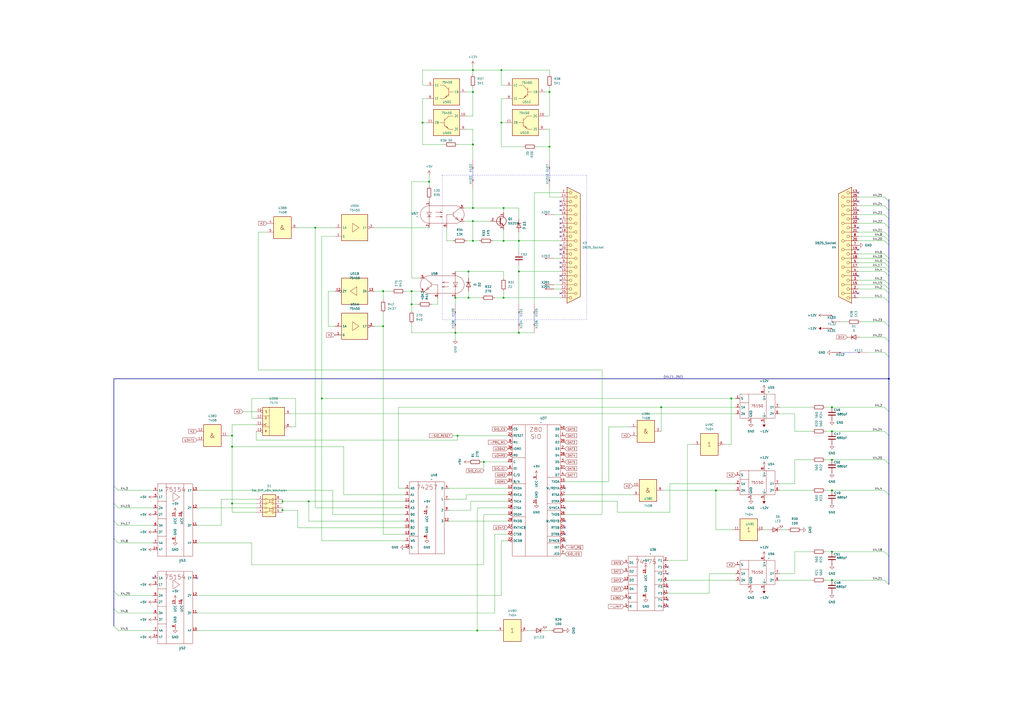
<source format=kicad_sch>
(kicad_sch (version 20250114) (generator "eeschema") (generator_version "9.0")
  (paper "A2")
  (title_block (title "ASP-K8071") (date "2025-07-06") (rev "1") (company "Robotron") (comment 1 "Revision 1, 06.07.2025, Stefan Berndt"))
  (rectangle (start 256.54 101.6) (end 340.36 185.42) (stroke (width 0.254) (type dot)))
  (junction (at 134.62 252.73))
  (junction (at 482.6 336.55))
  (junction (at 318.77 85.09))
  (junction (at 134.62 292.1))
  (junction (at 482.6 266.7))
  (junction (at 274.32 53.34))
  (junction (at 238.76 168.91))
  (junction (at 238.76 176.53))
  (junction (at 245.11 71.12))
  (junction (at 264.16 172.72))
  (junction (at 274.32 139.7))
  (junction (at 300.99 193.04))
  (junction (at 290.83 71.12))
  (junction (at 318.77 53.34))
  (junction (at 274.32 40.64))
  (junction (at 415.29 284.48))
  (junction (at 271.78 172.72))
  (junction (at 482.6 250.19))
  (junction (at 292.1 139.7))
  (junction (at 280.67 267.97))
  (junction (at 163.83 290.83))
  (junction (at 186.69 231.14))
  (junction (at 300.99 157.48))
  (junction (at 179.07 290.83))
  (junction (at 271.78 157.48))
  (junction (at 264.16 193.04))
  (junction (at 424.18 231.14))
  (junction (at 300.99 139.7))
  (junction (at 274.32 120.65))
  (junction (at 134.62 259.08))
  (junction (at 290.83 40.64))
  (junction (at 274.32 83.82))
  (junction (at 274.32 128.27))
  (junction (at 222.25 189.23))
  (junction (at 265.43 252.73))
  (junction (at 163.83 295.91))
  (junction (at 182.88 132.08))
  (junction (at 482.6 236.22))
  (junction (at 292.1 120.65))
  (junction (at 482.6 320.04))
  (junction (at 276.86 365.76))
  (junction (at 222.25 168.91))
  (junction (at 292.1 172.72))
  (junction (at 248.92 105.41))
  (junction (at 482.6 284.48))
  (junction (at 383.54 236.22))
  (junction (at 515.62 219.71))
  (no_connect (at 325.12 152.4))
  (no_connect (at 105.41 297.18))
  (no_connect (at 114.3 335.28))
  (no_connect (at 497.84 121.92))
  (no_connect (at 327.66 306.07))
  (no_connect (at 497.84 144.78))
  (no_connect (at 327.66 309.88))
  (no_connect (at 325.12 144.78))
  (no_connect (at 325.12 119.38))
  (no_connect (at 387.35 340.36))
  (no_connect (at 325.12 134.62))
  (no_connect (at 387.35 332.74))
  (no_connect (at 325.12 137.16))
  (no_connect (at 325.12 132.08))
  (no_connect (at 497.84 127))
  (no_connect (at 325.12 116.84))
  (no_connect (at 325.12 127))
  (no_connect (at 327.66 302.26))
  (no_connect (at 497.84 170.18))
  (no_connect (at 88.9 335.28))
  (no_connect (at 325.12 154.94))
  (no_connect (at 325.12 162.56))
  (no_connect (at 325.12 129.54))
  (no_connect (at 497.84 160.02))
  (no_connect (at 325.12 170.18))
  (no_connect (at 497.84 116.84))
  (no_connect (at 325.12 147.32))
  (no_connect (at 105.41 347.98))
  (no_connect (at 325.12 121.92))
  (no_connect (at 497.84 111.76))
  (no_connect (at 325.12 160.02))
  (no_connect (at 327.66 283.21))
  (no_connect (at 327.66 313.69))
  (no_connect (at 387.35 351.79))
  (no_connect (at 497.84 132.08))
  (no_connect (at 327.66 294.64))
  (no_connect (at 387.35 347.98))
  (no_connect (at 387.35 328.93))
  (no_connect (at 325.12 142.24))
  (bus_entry (at 513.08 336.55) (size 2.54 2.54))
  (bus_entry (at 515.62 170.18) (size -2.54 -2.54))
  (bus_entry (at 66.04 281.94) (size 2.54 2.54))
  (bus_entry (at 513.08 195.58) (size 2.54 2.54))
  (bus_entry (at 515.62 132.08) (size -2.54 -2.54))
  (bus_entry (at 66.04 312.42) (size 2.54 2.54))
  (bus_entry (at 515.62 160.02) (size -2.54 -2.54))
  (bus_entry (at 66.04 342.9) (size 2.54 2.54))
  (bus_entry (at 515.62 165.1) (size -2.54 -2.54))
  (bus_entry (at 515.62 121.92) (size -2.54 -2.54))
  (bus_entry (at 66.04 302.26) (size 2.54 2.54))
  (bus_entry (at 513.08 204.47) (size 2.54 2.54))
  (bus_entry (at 515.62 152.4) (size -2.54 -2.54))
  (bus_entry (at 513.08 284.48) (size 2.54 2.54))
  (bus_entry (at 515.62 154.94) (size -2.54 -2.54))
  (bus_entry (at 66.04 353.06) (size 2.54 2.54))
  (bus_entry (at 515.62 127) (size -2.54 -2.54))
  (bus_entry (at 515.62 157.48) (size -2.54 -2.54))
  (bus_entry (at 515.62 167.64) (size -2.54 -2.54))
  (bus_entry (at 66.04 292.1) (size 2.54 2.54))
  (bus_entry (at 513.08 250.19) (size 2.54 2.54))
  (bus_entry (at 515.62 137.16) (size -2.54 -2.54))
  (bus_entry (at 515.62 116.84) (size -2.54 -2.54))
  (bus_entry (at 66.04 363.22) (size 2.54 2.54))
  (bus_entry (at 513.08 266.7) (size 2.54 2.54))
  (bus_entry (at 513.08 186.69) (size 2.54 2.54))
  (bus_entry (at 515.62 142.24) (size -2.54 -2.54))
  (bus_entry (at 513.08 320.04) (size 2.54 2.54))
  (bus_entry (at 515.62 149.86) (size -2.54 -2.54))
  (bus_entry (at 515.62 139.7) (size -2.54 -2.54))
  (bus_entry (at 515.62 175.26) (size -2.54 -2.54))
  (bus_entry (at 513.08 236.22) (size 2.54 2.54))
  (wire (pts (xy 415.29 284.48) (xy 415.29 307.34)))
  (wire (pts (xy 245.11 40.64) (xy 274.32 40.64)))
  (wire (pts (xy 186.69 313.69) (xy 234.95 313.69)))
  (wire (pts (xy 245.11 57.15) (xy 245.11 71.12)))
  (wire (pts (xy 452.12 284.48) (xy 471.17 284.48)))
  (wire (pts (xy 234.95 309.88) (xy 222.25 309.88)))
  (wire (pts (xy 325.12 114.3) (xy 318.77 114.3)))
  (bus (pts (xy 515.62 189.23) (xy 515.62 198.12)))
  (wire (pts (xy 425.45 307.34) (xy 415.29 307.34)))
  (wire (pts (xy 163.83 295.91) (xy 163.83 297.18)))
  (bus (pts (xy 515.62 154.94) (xy 515.62 157.48)))
  (wire (pts (xy 171.45 247.65) (xy 171.45 231.14)))
  (wire (pts (xy 68.58 365.76) (xy 88.9 365.76)))
  (wire (pts (xy 274.32 53.34) (xy 274.32 67.31)))
  (wire (pts (xy 300.99 134.62) (xy 300.99 139.7)))
  (wire (pts (xy 172.72 132.08) (xy 182.88 132.08)))
  (polyline (pts (xy 264.16 187.96) (xy 264.16 181.61)))
  (wire (pts (xy 443.23 307.34) (xy 445.77 307.34)))
  (wire (pts (xy 238.76 105.41) (xy 248.92 105.41)))
  (wire (pts (xy 461.01 320.04) (xy 471.17 320.04)))
  (wire (pts (xy 318.77 43.18) (xy 318.77 40.64)))
  (wire (pts (xy 478.79 250.19) (xy 482.6 250.19)))
  (wire (pts (xy 292.1 172.72) (xy 325.12 172.72)))
  (wire (pts (xy 238.76 176.53) (xy 238.76 180.34)))
  (wire (pts (xy 276.86 365.76) (xy 276.86 294.64)))
  (wire (pts (xy 254 176.53) (xy 254 172.72)))
  (wire (pts (xy 148.59 292.1) (xy 134.62 292.1)))
  (wire (pts (xy 260.35 283.21) (xy 294.64 283.21)))
  (wire (pts (xy 245.11 57.15) (xy 247.65 57.15)))
  (wire (pts (xy 231.14 236.22) (xy 383.54 236.22)))
  (polyline (pts (xy 300.99 187.96) (xy 300.99 181.61)))
  (wire (pts (xy 415.29 284.48) (xy 426.72 284.48)))
  (wire (pts (xy 292.1 139.7) (xy 292.1 133.35)))
  (wire (pts (xy 248.92 116.84) (xy 248.92 115.57)))
  (wire (pts (xy 248.92 101.6) (xy 248.92 105.41)))
  (wire (pts (xy 424.18 231.14) (xy 186.69 231.14)))
  (wire (pts (xy 163.83 290.83) (xy 179.07 290.83)))
  (wire (pts (xy 353.06 279.4) (xy 353.06 247.65)))
  (wire (pts (xy 260.35 289.56) (xy 270.51 289.56)))
  (wire (pts (xy 248.92 107.95) (xy 248.92 105.41)))
  (wire (pts (xy 245.11 83.82) (xy 245.11 71.12)))
  (wire (pts (xy 383.54 236.22) (xy 426.72 236.22)))
  (bus (pts (xy 66.04 281.94) (xy 66.04 292.1)))
  (wire (pts (xy 321.31 149.86) (xy 325.12 149.86)))
  (bus (pts (xy 66.04 219.71) (xy 66.04 281.94)))
  (wire (pts (xy 300.99 193.04) (xy 309.88 193.04)))
  (wire (pts (xy 274.32 38.1) (xy 274.32 40.64)))
  (wire (pts (xy 280.67 267.97) (xy 294.64 267.97)))
  (wire (pts (xy 114.3 355.6) (xy 287.02 355.6)))
  (wire (pts (xy 234.95 287.02) (xy 199.39 287.02)))
  (wire (pts (xy 68.58 355.6) (xy 88.9 355.6)))
  (wire (pts (xy 274.32 43.18) (xy 274.32 40.64)))
  (wire (pts (xy 452.12 236.22) (xy 471.17 236.22)))
  (wire (pts (xy 146.05 327.66) (xy 146.05 314.96)))
  (bus (pts (xy 515.62 170.18) (xy 515.62 175.26)))
  (wire (pts (xy 318.77 85.09) (xy 318.77 74.93)))
  (bus (pts (xy 66.04 312.42) (xy 66.04 342.9)))
  (wire (pts (xy 172.72 306.07) (xy 172.72 295.91)))
  (bus (pts (xy 66.04 342.9) (xy 66.04 353.06)))
  (wire (pts (xy 168.91 247.65) (xy 171.45 247.65)))
  (bus (pts (xy 515.62 167.64) (xy 515.62 170.18)))
  (wire (pts (xy 193.04 284.48) (xy 114.3 284.48)))
  (wire (pts (xy 513.08 149.86) (xy 497.84 149.86)))
  (wire (pts (xy 461.01 240.03) (xy 461.01 250.19)))
  (wire (pts (xy 461.01 266.7) (xy 471.17 266.7)))
  (wire (pts (xy 270.51 139.7) (xy 274.32 139.7)))
  (wire (pts (xy 179.07 302.26) (xy 179.07 290.83)))
  (wire (pts (xy 321.31 124.46) (xy 325.12 124.46)))
  (wire (pts (xy 134.62 252.73) (xy 132.08 252.73)))
  (bus (pts (xy 515.62 165.1) (xy 515.62 167.64)))
  (wire (pts (xy 290.83 57.15) (xy 293.37 57.15)))
  (wire (pts (xy 265.43 255.27) (xy 265.43 252.73)))
  (wire (pts (xy 238.76 161.29) (xy 238.76 105.41)))
  (wire (pts (xy 292.1 157.48) (xy 292.1 161.29)))
  (wire (pts (xy 278.13 139.7) (xy 274.32 139.7)))
  (wire (pts (xy 513.08 119.38) (xy 497.84 119.38)))
  (wire (pts (xy 245.11 49.53) (xy 247.65 49.53)))
  (wire (pts (xy 487.68 186.69) (xy 491.49 186.69)))
  (bus (pts (xy 515.62 219.71) (xy 66.04 219.71)))
  (wire (pts (xy 222.25 189.23) (xy 222.25 309.88)))
  (wire (pts (xy 274.32 83.82) (xy 265.43 83.82)))
  (wire (pts (xy 280.67 327.66) (xy 146.05 327.66)))
  (wire (pts (xy 461.01 332.74) (xy 452.12 332.74)))
  (wire (pts (xy 300.99 120.65) (xy 300.99 127)))
  (wire (pts (xy 222.25 168.91) (xy 227.33 168.91)))
  (wire (pts (xy 321.31 165.1) (xy 325.12 165.1)))
  (wire (pts (xy 513.08 167.64) (xy 497.84 167.64)))
  (wire (pts (xy 140.97 238.76) (xy 148.59 238.76)))
  (wire (pts (xy 245.11 71.12) (xy 247.65 71.12)))
  (polyline (pts (xy 482.6 182.88) (xy 482.6 186.69)))
  (wire (pts (xy 274.32 120.65) (xy 274.32 109.22)))
  (wire (pts (xy 149.86 134.62) (xy 154.94 134.62)))
  (wire (pts (xy 264.16 172.72) (xy 271.78 172.72)))
  (bus (pts (xy 515.62 207.01) (xy 515.62 219.71)))
  (wire (pts (xy 234.95 283.21) (xy 231.14 283.21)))
  (bus (pts (xy 515.62 287.02) (xy 515.62 322.58)))
  (wire (pts (xy 482.6 236.22) (xy 513.08 236.22)))
  (wire (pts (xy 271.78 168.91) (xy 271.78 172.72)))
  (wire (pts (xy 358.14 297.18) (xy 388.62 297.18)))
  (wire (pts (xy 168.91 240.03) (xy 426.72 240.03)))
  (wire (pts (xy 482.6 320.04) (xy 513.08 320.04)))
  (wire (pts (xy 199.39 287.02) (xy 199.39 259.08)))
  (wire (pts (xy 513.08 165.1) (xy 497.84 165.1)))
  (wire (pts (xy 280.67 267.97) (xy 279.4 267.97)))
  (bus (pts (xy 515.62 198.12) (xy 515.62 207.01)))
  (wire (pts (xy 269.24 128.27) (xy 274.32 128.27)))
  (wire (pts (xy 287.02 172.72) (xy 292.1 172.72)))
  (wire (pts (xy 269.24 120.65) (xy 274.32 120.65)))
  (wire (pts (xy 270.51 289.56) (xy 270.51 287.02)))
  (wire (pts (xy 245.11 40.64) (xy 245.11 49.53)))
  (wire (pts (xy 172.72 295.91) (xy 163.83 295.91)))
  (wire (pts (xy 238.76 193.04) (xy 264.16 193.04)))
  (bus (pts (xy 515.62 149.86) (xy 515.62 152.4)))
  (wire (pts (xy 461.01 280.67) (xy 461.01 266.7)))
  (wire (pts (xy 325.12 139.7) (xy 300.99 139.7)))
  (wire (pts (xy 513.08 172.72) (xy 497.84 172.72)))
  (wire (pts (xy 234.95 302.26) (xy 179.07 302.26)))
  (bus (pts (xy 515.62 127) (xy 515.62 132.08)))
  (wire (pts (xy 190.5 168.91) (xy 194.31 168.91)))
  (wire (pts (xy 461.01 250.19) (xy 471.17 250.19)))
  (wire (pts (xy 238.76 193.04) (xy 238.76 187.96)))
  (polyline (pts (xy 492.76 204.47) (xy 497.84 204.47)))
  (wire (pts (xy 478.79 320.04) (xy 482.6 320.04)))
  (wire (pts (xy 287.02 309.88) (xy 294.64 309.88)))
  (wire (pts (xy 290.83 71.12) (xy 290.83 57.15)))
  (wire (pts (xy 290.83 40.64) (xy 290.83 49.53)))
  (wire (pts (xy 513.08 139.7) (xy 497.84 139.7)))
  (bus (pts (xy 515.62 137.16) (xy 515.62 139.7)))
  (wire (pts (xy 68.58 314.96) (xy 88.9 314.96)))
  (wire (pts (xy 290.83 345.44) (xy 290.83 313.69)))
  (wire (pts (xy 349.25 298.45) (xy 349.25 214.63)))
  (wire (pts (xy 250.19 176.53) (xy 254 176.53)))
  (wire (pts (xy 478.79 336.55) (xy 482.6 336.55)))
  (wire (pts (xy 274.32 128.27) (xy 274.32 139.7)))
  (wire (pts (xy 260.35 302.26) (xy 294.64 302.26)))
  (wire (pts (xy 114.3 294.64) (xy 148.59 294.64)))
  (bus (pts (xy 515.62 139.7) (xy 515.62 142.24)))
  (wire (pts (xy 68.58 304.8) (xy 88.9 304.8)))
  (wire (pts (xy 426.72 332.74) (xy 411.48 332.74)))
  (wire (pts (xy 388.62 297.18) (xy 388.62 280.67)))
  (wire (pts (xy 482.6 284.48) (xy 513.08 284.48)))
  (wire (pts (xy 217.17 189.23) (xy 222.25 189.23)))
  (wire (pts (xy 270.51 287.02) (xy 294.64 287.02)))
  (wire (pts (xy 276.86 365.76) (xy 288.29 365.76)))
  (wire (pts (xy 271.78 172.72) (xy 279.4 172.72)))
  (wire (pts (xy 300.99 139.7) (xy 300.99 146.05)))
  (wire (pts (xy 68.58 345.44) (xy 88.9 345.44)))
  (wire (pts (xy 452.12 240.03) (xy 461.01 240.03)))
  (wire (pts (xy 316.23 53.34) (xy 318.77 53.34)))
  (wire (pts (xy 270.51 53.34) (xy 274.32 53.34)))
  (polyline (pts (xy 274.32 97.79) (xy 274.32 104.14)))
  (wire (pts (xy 316.23 365.76) (xy 320.04 365.76)))
  (wire (pts (xy 290.83 71.12) (xy 293.37 71.12)))
  (wire (pts (xy 327.66 279.4) (xy 353.06 279.4)))
  (bus (pts (xy 66.04 353.06) (xy 66.04 363.22)))
  (wire (pts (xy 264.16 196.85) (xy 264.16 193.04)))
  (wire (pts (xy 193.04 298.45) (xy 193.04 284.48)))
  (wire (pts (xy 478.79 266.7) (xy 482.6 266.7)))
  (wire (pts (xy 318.77 50.8) (xy 318.77 53.34)))
  (wire (pts (xy 194.31 137.16) (xy 186.69 137.16)))
  (wire (pts (xy 513.08 129.54) (xy 497.84 129.54)))
  (wire (pts (xy 321.31 167.64) (xy 325.12 167.64)))
  (wire (pts (xy 273.05 295.91) (xy 273.05 290.83)))
  (bus (pts (xy 515.62 238.76) (xy 515.62 252.73)))
  (wire (pts (xy 499.11 195.58) (xy 513.08 195.58)))
  (wire (pts (xy 318.77 53.34) (xy 318.77 67.31)))
  (wire (pts (xy 303.53 85.09) (xy 290.83 85.09)))
  (wire (pts (xy 259.08 132.08) (xy 259.08 139.7)))
  (wire (pts (xy 163.83 294.64) (xy 163.83 295.91)))
  (wire (pts (xy 292.1 168.91) (xy 292.1 172.72)))
  (wire (pts (xy 411.48 332.74) (xy 411.48 344.17)))
  (wire (pts (xy 134.62 252.73) (xy 134.62 246.38)))
  (wire (pts (xy 452.12 280.67) (xy 461.01 280.67)))
  (wire (pts (xy 234.95 294.64) (xy 182.88 294.64)))
  (wire (pts (xy 149.86 214.63) (xy 149.86 134.62)))
  (wire (pts (xy 148.59 250.19) (xy 148.59 255.27)))
  (wire (pts (xy 513.08 154.94) (xy 497.84 154.94)))
  (wire (pts (xy 292.1 157.48) (xy 271.78 157.48)))
  (wire (pts (xy 294.64 298.45) (xy 280.67 298.45)))
  (wire (pts (xy 146.05 314.96) (xy 114.3 314.96)))
  (wire (pts (xy 148.59 297.18) (xy 134.62 297.18)))
  (wire (pts (xy 292.1 120.65) (xy 292.1 123.19)))
  (wire (pts (xy 300.99 139.7) (xy 292.1 139.7)))
  (wire (pts (xy 502.92 204.47) (xy 513.08 204.47)))
  (wire (pts (xy 274.32 74.93) (xy 270.51 74.93)))
  (wire (pts (xy 318.77 67.31) (xy 316.23 67.31)))
  (wire (pts (xy 274.32 83.82) (xy 274.32 92.71)))
  (wire (pts (xy 420.37 257.81) (xy 424.18 257.81)))
  (wire (pts (xy 260.35 295.91) (xy 273.05 295.91)))
  (wire (pts (xy 349.25 214.63) (xy 149.86 214.63)))
  (wire (pts (xy 259.08 139.7) (xy 262.89 139.7)))
  (wire (pts (xy 424.18 231.14) (xy 424.18 257.81)))
  (wire (pts (xy 461.01 320.04) (xy 461.01 332.74)))
  (wire (pts (xy 186.69 137.16) (xy 186.69 231.14)))
  (wire (pts (xy 179.07 290.83) (xy 234.95 290.83)))
  (wire (pts (xy 513.08 162.56) (xy 497.84 162.56)))
  (wire (pts (xy 163.83 290.83) (xy 163.83 292.1)))
  (wire (pts (xy 264.16 157.48) (xy 271.78 157.48)))
  (wire (pts (xy 265.43 252.73) (xy 294.64 252.73)))
  (wire (pts (xy 300.99 157.48) (xy 300.99 153.67)))
  (wire (pts (xy 280.67 273.05) (xy 280.67 267.97)))
  (wire (pts (xy 264.16 172.72) (xy 264.16 176.53)))
  (wire (pts (xy 114.3 365.76) (xy 276.86 365.76)))
  (wire (pts (xy 182.88 132.08) (xy 194.31 132.08)))
  (wire (pts (xy 134.62 246.38) (xy 148.59 246.38)))
  (wire (pts (xy 478.79 284.48) (xy 482.6 284.48)))
  (wire (pts (xy 309.88 111.76) (xy 325.12 111.76)))
  (wire (pts (xy 190.5 189.23) (xy 190.5 168.91)))
  (bus (pts (xy 515.62 160.02) (xy 515.62 165.1)))
  (bus (pts (xy 515.62 152.4) (xy 515.62 154.94)))
  (wire (pts (xy 273.05 290.83) (xy 294.64 290.83)))
  (wire (pts (xy 114.3 304.8) (xy 128.27 304.8)))
  (bus (pts (xy 515.62 142.24) (xy 515.62 149.86)))
  (wire (pts (xy 513.08 134.62) (xy 497.84 134.62)))
  (wire (pts (xy 411.48 344.17) (xy 387.35 344.17)))
  (wire (pts (xy 262.89 252.73) (xy 265.43 252.73)))
  (wire (pts (xy 387.35 336.55) (xy 426.72 336.55)))
  (wire (pts (xy 353.06 247.65) (xy 365.76 247.65)))
  (wire (pts (xy 318.77 40.64) (xy 290.83 40.64)))
  (wire (pts (xy 513.08 114.3) (xy 497.84 114.3)))
  (wire (pts (xy 182.88 294.64) (xy 182.88 132.08)))
  (bus (pts (xy 515.62 115.57) (xy 515.62 116.84)))
  (bus (pts (xy 66.04 302.26) (xy 66.04 312.42)))
  (wire (pts (xy 290.83 85.09) (xy 290.83 71.12)))
  (wire (pts (xy 148.59 255.27) (xy 265.43 255.27)))
  (wire (pts (xy 243.84 161.29) (xy 238.76 161.29)))
  (wire (pts (xy 513.08 124.46) (xy 497.84 124.46)))
  (wire (pts (xy 274.32 50.8) (xy 274.32 53.34)))
  (wire (pts (xy 146.05 242.57) (xy 148.59 242.57)))
  (wire (pts (xy 306.07 365.76) (xy 308.61 365.76)))
  (wire (pts (xy 478.79 236.22) (xy 482.6 236.22)))
  (wire (pts (xy 186.69 231.14) (xy 186.69 313.69)))
  (wire (pts (xy 222.25 173.99) (xy 222.25 168.91)))
  (wire (pts (xy 482.6 336.55) (xy 513.08 336.55)))
  (wire (pts (xy 274.32 40.64) (xy 290.83 40.64)))
  (wire (pts (xy 234.95 298.45) (xy 193.04 298.45)))
  (bus (pts (xy 515.62 157.48) (xy 515.62 160.02)))
  (wire (pts (xy 388.62 280.67) (xy 426.72 280.67)))
  (wire (pts (xy 327.66 298.45) (xy 349.25 298.45)))
  (polyline (pts (xy 487.68 204.47) (xy 492.76 204.47)))
  (bus (pts (xy 515.62 219.71) (xy 515.62 238.76)))
  (polyline (pts (xy 318.77 97.79) (xy 318.77 104.14)))
  (wire (pts (xy 398.78 325.12) (xy 398.78 257.81)))
  (wire (pts (xy 284.48 128.27) (xy 274.32 128.27)))
  (wire (pts (xy 68.58 284.48) (xy 88.9 284.48)))
  (wire (pts (xy 383.54 250.19) (xy 383.54 236.22)))
  (wire (pts (xy 453.39 307.34) (xy 457.2 307.34)))
  (wire (pts (xy 358.14 290.83) (xy 358.14 297.18)))
  (bus (pts (xy 515.62 252.73) (xy 515.62 269.24)))
  (wire (pts (xy 276.86 294.64) (xy 294.64 294.64)))
  (wire (pts (xy 128.27 289.56) (xy 148.59 289.56)))
  (wire (pts (xy 415.29 284.48) (xy 384.81 284.48)))
  (wire (pts (xy 482.6 266.7) (xy 513.08 266.7)))
  (wire (pts (xy 222.25 189.23) (xy 222.25 181.61)))
  (wire (pts (xy 134.62 297.18) (xy 134.62 292.1)))
  (wire (pts (xy 327.66 290.83) (xy 358.14 290.83)))
  (wire (pts (xy 426.72 231.14) (xy 424.18 231.14)))
  (wire (pts (xy 134.62 259.08) (xy 134.62 252.73)))
  (wire (pts (xy 134.62 292.1) (xy 134.62 259.08)))
  (wire (pts (xy 292.1 120.65) (xy 300.99 120.65)))
  (bus (pts (xy 515.62 121.92) (xy 515.62 127)))
  (wire (pts (xy 68.58 294.64) (xy 88.9 294.64)))
  (bus (pts (xy 515.62 175.26) (xy 515.62 189.23)))
  (wire (pts (xy 234.95 306.07) (xy 172.72 306.07)))
  (wire (pts (xy 513.08 152.4) (xy 497.84 152.4)))
  (wire (pts (xy 318.77 92.71) (xy 318.77 85.09)))
  (wire (pts (xy 398.78 257.81) (xy 402.59 257.81)))
  (wire (pts (xy 217.17 132.08) (xy 248.92 132.08)))
  (wire (pts (xy 311.15 85.09) (xy 318.77 85.09)))
  (wire (pts (xy 452.12 336.55) (xy 471.17 336.55)))
  (wire (pts (xy 318.77 74.93) (xy 316.23 74.93)))
  (wire (pts (xy 264.16 193.04) (xy 300.99 193.04)))
  (wire (pts (xy 285.75 139.7) (xy 292.1 139.7)))
  (wire (pts (xy 231.14 283.21) (xy 231.14 236.22)))
  (wire (pts (xy 387.35 325.12) (xy 398.78 325.12)))
  (bus (pts (xy 515.62 116.84) (xy 515.62 121.92)))
  (wire (pts (xy 271.78 161.29) (xy 271.78 157.48)))
  (wire (pts (xy 274.32 120.65) (xy 292.1 120.65)))
  (wire (pts (xy 287.02 355.6) (xy 287.02 309.88)))
  (wire (pts (xy 280.67 298.45) (xy 280.67 327.66)))
  (bus (pts (xy 515.62 269.24) (xy 515.62 287.02)))
  (wire (pts (xy 513.08 147.32) (xy 497.84 147.32)))
  (wire (pts (xy 146.05 231.14) (xy 146.05 242.57)))
  (wire (pts (xy 290.83 313.69) (xy 294.64 313.69)))
  (wire (pts (xy 300.99 176.53) (xy 300.99 157.48)))
  (wire (pts (xy 482.6 250.19) (xy 513.08 250.19)))
  (wire (pts (xy 217.17 168.91) (xy 222.25 168.91)))
  (bus (pts (xy 515.62 132.08) (xy 515.62 137.16)))
  (bus (pts (xy 515.62 322.58) (xy 515.62 339.09)))
  (wire (pts (xy 238.76 168.91) (xy 243.84 168.91)))
  (wire (pts (xy 163.83 289.56) (xy 163.83 290.83)))
  (bus (pts (xy 66.04 292.1) (xy 66.04 302.26)))
  (wire (pts (xy 513.08 137.16) (xy 497.84 137.16)))
  (wire (pts (xy 199.39 259.08) (xy 134.62 259.08)))
  (wire (pts (xy 318.77 114.3) (xy 318.77 109.22)))
  (wire (pts (xy 293.37 49.53) (xy 290.83 49.53)))
  (wire (pts (xy 190.5 189.23) (xy 194.31 189.23)))
  (wire (pts (xy 238.76 168.91) (xy 238.76 176.53)))
  (wire (pts (xy 242.57 176.53) (xy 238.76 176.53)))
  (polyline (pts (xy 309.88 187.96) (xy 309.88 181.61)))
  (wire (pts (xy 309.88 176.53) (xy 309.88 111.76)))
  (wire (pts (xy 171.45 231.14) (xy 146.05 231.14)))
  (wire (pts (xy 128.27 304.8) (xy 128.27 289.56)))
  (wire (pts (xy 274.32 74.93) (xy 274.32 83.82)))
  (wire (pts (xy 327.66 287.02) (xy 367.03 287.02)))
  (wire (pts (xy 513.08 157.48) (xy 497.84 157.48)))
  (wire (pts (xy 234.95 168.91) (xy 238.76 168.91)))
  (wire (pts (xy 499.11 186.69) (xy 513.08 186.69)))
  (wire (pts (xy 114.3 345.44) (xy 290.83 345.44)))
  (wire (pts (xy 274.32 67.31) (xy 270.51 67.31)))
  (wire (pts (xy 300.99 157.48) (xy 325.12 157.48)))
  (wire (pts (xy 257.81 83.82) (xy 245.11 83.82)))
  (label "X4.18" (at 511.81 320.04 180))
  (label "X4.2" (at 511.81 167.64 180))
  (label "X4.3" (at 69.85 284.48 0))
  (label "X4.23" (at 511.81 186.69 180))
  (label "X4.21" (at 511.81 336.55 180))
  (label "X4.20" (at 511.81 266.7 180))
  (label "X4.8" (at 511.81 137.16 180))
  (label "X4.4" (at 511.81 284.48 180))
  (label "X4.17" (at 511.81 154.94 180))
  (label "X4.15" (at 69.85 294.64 0))
  (label "X4.20" (at 511.81 139.7 180))
  (label "X4.22" (at 511.81 129.54 180))
  (label "X4.6" (at 69.85 355.6 0))
  (label "X4.18" (at 511.81 149.86 180))
  (label "X4.5" (at 69.85 365.76 0))
  (label "{X4.[1..25]}" (at 384.81 219.71 0))
  (label "X4.4" (at 511.81 157.48 180))
  (label "X4.8" (at 69.85 314.96 0))
  (label "X4.3" (at 511.81 162.56 180))
  (label "X4.17" (at 69.85 304.8 0))
  (label "X4.21" (at 511.81 134.62 180))
  (label "X4.22" (at 511.81 195.58 180))
  (label "X4.15" (at 511.81 165.1 180))
  (label "X4.1" (at 511.81 204.47 180))
  (label "X4.1" (at 511.81 172.72 180))
  (label "X4.6" (at 511.81 147.32 180))
  (label "X4.2" (at 511.81 236.22 180))
  (label "X4.5" (at 511.81 152.4 180))
  (label "X4.25" (at 511.81 114.3 180))
  (label "X4.23" (at 511.81 124.46 180))
  (label "X4.24" (at 511.81 250.19 180))
  (label "X4.25" (at 69.85 345.44 0))
  (label "X4.24" (at 511.81 119.38 180))
  (global_label "H2" (shape input) (at 426.72 327.66 180) (property "Intersheetrefs" "${INTERSHEET_REFS}" (effects (hide yes))))
  (global_label "H2" (shape input) (at 194.31 194.31 180) (property "Intersheetrefs" "${INTERSHEET_REFS}" (effects (hide yes))))
  (global_label "DAT1" (shape input) (at 361.95 331.47 180) (property "Intersheetrefs" "${INTERSHEET_REFS}" (effects (hide yes))))
  (global_label "SIO_IEO" (shape input) (at 327.66 321.31 0) (property "Intersheetrefs" "${INTERSHEET_REFS}" (effects (hide yes))))
  (global_label "DAT2" (shape input) (at 361.95 336.55 180) (property "Intersheetrefs" "${INTERSHEET_REFS}" (effects (hide yes))))
  (global_label "D1K" (shape input) (at 491.49 195.58 180) (property "Intersheetrefs" "${INTERSHEET_REFS}" (effects (hide yes))))
  (global_label "DAT0" (shape input) (at 327.66 248.92 0) (property "Intersheetrefs" "${INTERSHEET_REFS}" (effects (hide yes))))
  (global_label "U30A2" (shape input) (at 294.64 260.35 180) (property "Intersheetrefs" "${INTERSHEET_REFS}" (effects (hide yes))))
  (global_label "DAT6" (shape input) (at 327.66 271.78 0) (property "Intersheetrefs" "${INTERSHEET_REFS}" (effects (hide yes))))
  (global_label "DAT1" (shape input) (at 327.66 252.73 0) (property "Intersheetrefs" "${INTERSHEET_REFS}" (effects (hide yes))))
  (global_label "SIO_IEI" (shape input) (at 294.64 271.78 180) (property "Intersheetrefs" "${INTERSHEET_REFS}" (effects (hide yes))))
  (global_label "DAT3" (shape input) (at 327.66 260.35 0) (property "Intersheetrefs" "${INTERSHEET_REFS}" (effects (hide yes))))
  (global_label "-INT_RQ" (shape input) (at 327.66 317.5 0) (property "Intersheetrefs" "${INTERSHEET_REFS}" (effects (hide yes))))
  (global_label "SIO_CS" (shape input) (at 294.64 248.92 180) (property "Intersheetrefs" "${INTERSHEET_REFS}" (effects (hide yes))))
  (global_label "DAT3" (shape input) (at 361.95 341.63 180) (property "Intersheetrefs" "${INTERSHEET_REFS}" (effects (hide yes))))
  (global_label "U34T2" (shape input) (at 294.64 306.07 180) (property "Intersheetrefs" "${INTERSHEET_REFS}" (effects (hide yes))))
  (global_label "H2" (shape input) (at 365.76 252.73 180) (property "Intersheetrefs" "${INTERSHEET_REFS}" (effects (hide yes))))
  (global_label "DAT7" (shape input) (at 327.66 275.59 0) (property "Intersheetrefs" "${INTERSHEET_REFS}" (effects (hide yes))))
  (global_label "H2" (shape input) (at 114.3 250.19 180) (property "Intersheetrefs" "${INTERSHEET_REFS}" (effects (hide yes))))
  (global_label "ADR2" (shape input) (at 294.64 275.59 180) (property "Intersheetrefs" "${INTERSHEET_REFS}" (effects (hide yes))))
  (global_label "U34T1" (shape input) (at 114.3 255.27 180) (property "Intersheetrefs" "${INTERSHEET_REFS}" (effects (hide yes))))
  (global_label "DAT2" (shape input) (at 327.66 256.54 0) (property "Intersheetrefs" "${INTERSHEET_REFS}" (effects (hide yes))))
  (global_label "H2" (shape input) (at 426.72 275.59 180) (property "Intersheetrefs" "${INTERSHEET_REFS}" (effects (hide yes))))
  (global_label "DAT0" (shape input) (at 361.95 326.39 180) (property "Intersheetrefs" "${INTERSHEET_REFS}" (effects (hide yes))))
  (global_label "ADR1" (shape input) (at 294.64 279.4 180) (property "Intersheetrefs" "${INTERSHEET_REFS}" (effects (hide yes))))
  (global_label "DAT4" (shape input) (at 327.66 264.16 0) (property "Intersheetrefs" "${INTERSHEET_REFS}" (effects (hide yes))))
  (global_label "H2" (shape input) (at 154.94 129.54 180) (property "Intersheetrefs" "${INTERSHEET_REFS}" (effects (hide yes))))
  (global_label "DAT5" (shape input) (at 327.66 267.97 0) (property "Intersheetrefs" "${INTERSHEET_REFS}" (effects (hide yes))))
  (global_label "SIO_CLK" (shape input) (at 280.67 273.05 180) (property "Intersheetrefs" "${INTERSHEET_REFS}" (effects (hide yes))))
  (global_label "U36C" (shape input) (at 361.95 346.71 180) (property "Intersheetrefs" "${INTERSHEET_REFS}" (effects (hide yes))))
  (global_label "H2" (shape input) (at 367.03 281.94 180) (property "Intersheetrefs" "${INTERSHEET_REFS}" (effects (hide yes))))
  (global_label "-PRG_M1" (shape input) (at 294.64 256.54 180) (property "Intersheetrefs" "${INTERSHEET_REFS}" (effects (hide yes))))
  (global_label "-I_INIT" (shape input) (at 361.95 351.79 180) (property "Intersheetrefs" "${INTERSHEET_REFS}" (effects (hide yes))))
  (global_label "U34RD" (shape input) (at 294.64 264.16 180) (property "Intersheetrefs" "${INTERSHEET_REFS}" (effects (hide yes))))
  (global_label "-SIO_RESET" (shape input) (at 262.89 252.73 180) (property "Intersheetrefs" "${INTERSHEET_REFS}" (effects (hide yes))))
  (global_label "H2" (shape input) (at 140.97 238.76 180) (property "Intersheetrefs" "${INTERSHEET_REFS}" (effects (hide yes))))
  (symbol (lib_id "Transistor_BJT:BC237") (at 289.56 128.27 0) (unit 1)
    (property "Reference" "Q1" (at 294.64 126.9999 0) (effects (justify left)))
    (property "Value" "SS219" (at 294.64 129.5399 0) (effects (justify left)))
    (property "Footprint" "Package_TO_SOT_THT:TO-92L_Inline_Wide" (effects (hide yes)))
    (property "Datasheet" "http://www.onsemi.com/pub_link/Collateral/BC237-D.PDF" (effects (hide yes)))
    (property "Description" "100mA Ic, 50V Vce, Epitaxial Silicon NPN Transistor, TO-92" (effects (hide yes)))
  )
  (symbol (lib_id "power:GND") (at 435.61 245.11 0) (unit 1)
    (property "Reference" "#PWR0168" (effects (hide yes)))
    (property "Value" "GND" (at 435.61 250.19 0))
    (property "Description" "Power symbol creates a global label with name \"GND\" , ground" (effects (hide yes)))
  )
  (symbol (lib_id "Robotron_Symbole:75150") (at 426.72 328.93 0) (unit 1)
    (property "Reference" "U56" (at 445.3733 321.31 0) (effects (justify left)))
    (property "Value" "~" (at 445.3733 323.85 0) (effects (justify left)))
    (property "Footprint" "Package_DIP:DIP-8_W7.62mm" (effects (hide yes)))
  )
  (symbol (lib_id "Robotron_Symbole:7474") (at 157.48 242.57 0) (unit 2)
    (property "Reference" "U35" (at 158.75 231.14 0))
    (property "Value" "7474" (at 158.75 233.68 0))
    (property "Footprint" "Package_DIP:DIP-14_W7.62mm" (effects (hide yes)))
  )
  (symbol (lib_id "Robotron_Symbole:7404") (at 411.48 257.81 0) (unit 3)
    (property "Reference" "U49" (at 411.48 246.38 0))
    (property "Value" "7404" (at 411.48 248.92 0))
    (property "Footprint" "Package_DIP:DIP-14_W7.62mm" (effects (hide yes)))
  )
  (symbol (lib_id "Robotron_Symbole:7408") (at 123.19 252.73 0) (unit 4)
    (property "Reference" "U38" (at 123.19 241.3 0))
    (property "Value" "7408" (at 123.19 243.84 0))
    (property "Footprint" "Package_DIP:DIP-14_W7.62mm" (effects (hide yes)))
  )
  (symbol (lib_id "Robotron_Symbole:7408") (at 375.92 284.48 0) (mirror x) (unit 3)
    (property "Reference" "U38" (at 376.174 289.306 0))
    (property "Value" "7408" (at 375.92 293.37 0))
    (property "Footprint" "Package_DIP:DIP-14_W7.62mm" (effects (hide yes)))
  )
  (symbol (lib_id "Connector:Conn_01x01_Pin") (at 482.6 182.88 180) (unit 1)
    (property "Reference" "X133" (at 479.806 184.15 0) (effects (justify right)))
    (property "Value" "Conn_01x01_Pin" (effects (hide yes)))
    (property "Footprint" "Robotron_Footprints:Pin_D1.0mm_L10.0mm" (effects (hide yes)))
    (property "Description" "Generic connector, single row, 01x01, script generated" (effects (hide yes)))
  )
  (symbol (lib_id "power:-12V") (at 477.52 190.5 90) (unit 1)
    (property "Reference" "#PWR069" (effects (hide yes)))
    (property "Value" "-12V" (at 473.71 190.5001 90) (effects (justify left)))
    (property "Description" "Power symbol creates a global label with name \"-12V\"" (effects (hide yes)))
  )
  (symbol (lib_id "power:GND") (at 482.6 274.32 0) (unit 1)
    (property "Reference" "#PWR073" (effects (hide yes)))
    (property "Value" "GND" (at 482.6 279.4 0))
    (property "Description" "Power symbol creates a global label with name \"GND\" , ground" (effects (hide yes)))
  )
  (symbol (lib_id "Robotron_Symbole:75450e") (at 203.2 187.96 0) (unit 1)
    (property "Reference" "U51" (at 205.74 176.53 0))
    (property "Value" "75450" (at 205.74 179.07 0))
  )
  (symbol (lib_id "Robotron_Symbole:75154") (at 88.9 335.28 0) (unit 1)
    (property "Reference" "U52" (at 103.7433 375.92 0) (effects (justify left)))
    (property "Value" "~" (at 103.7433 377.19 0) (effects (justify left)))
    (property "Footprint" "Package_DIP:DIP-16_W7.62mm" (effects (hide yes)))
  )
  (symbol (lib_id "power:-12V") (at 443.23 341.63 180) (unit 1)
    (property "Reference" "#PWR065" (effects (hide yes)))
    (property "Value" "-12V" (at 443.23 346.71 0))
    (property "Description" "Power symbol creates a global label with name \"-12V\"" (effects (hide yes)))
  )
  (symbol (lib_id "Robotron_Symbole:75450e") (at 256.54 72.39 0) (mirror x) (unit 4)
    (property "Reference" "U50" (at 259.334 77.216 0))
    (property "Value" "75450" (at 259.08 65.532 0))
  )
  (symbol (lib_id "power:GND") (at 482.6 204.47 270) (unit 1)
    (property "Reference" "#PWR079" (effects (hide yes)))
    (property "Value" "GND" (at 478.79 204.4701 90) (effects (justify right)))
    (property "Description" "Power symbol creates a global label with name \"GND\" , ground" (effects (hide yes)))
  )
  (symbol (lib_id "Connector:DB25_Socket") (at 332.74 142.24 0) (unit 1)
    (property "Reference" "X3" (at 337.82 140.9699 0) (effects (justify left)))
    (property "Value" "DB25_Socket" (at 337.82 143.5099 0) (effects (justify left)))
    (property "Footprint" "Connector_Dsub:DSUB-25_Socket_Horizontal_P2.77x2.84mm_EdgePinOffset7.70mm_Housed_MountingHolesOffset9.12mm" (effects (hide yes)))
    (property "Description" "25-pin D-SUB connector, socket (female)" (effects (hide yes)))
  )
  (symbol (lib_id "power:+5V") (at 311.15 275.59 0) (unit 1)
    (property "Reference" "#PWR0101" (effects (hide yes)))
    (property "Value" "+5V" (at 311.15 270.51 0))
    (property "Description" "Power symbol creates a global label with name \"+5V\"" (effects (hide yes)))
  )
  (symbol (lib_id "Connector:Conn_01x01_Pin") (at 482.6 190.5 180) (unit 1)
    (property "Reference" "X131" (at 479.806 191.77 0) (effects (justify right)))
    (property "Value" "Conn_01x01_Pin" (effects (hide yes)))
    (property "Footprint" "Robotron_Footprints:Pin_D1.0mm_L10.0mm" (effects (hide yes)))
    (property "Description" "Generic connector, single row, 01x01, script generated" (effects (hide yes)))
  )
  (symbol (lib_id "Device:C") (at 482.6 340.36 180) (unit 1)
    (property "Reference" "C48" (at 487.68 338.074 0) (effects (justify left)))
    (property "Value" "680pF" (at 491.236 340.36 0) (effects (justify left)))
    (property "Footprint" "Capacitor_THT:C_Disc_D4.3mm_W1.9mm_P5.00mm" (effects (hide yes)))
    (property "Description" "Unpolarized capacitor" (effects (hide yes)))
  )
  (symbol (lib_id "Connector:Conn_01x01_Pin") (at 318.77 97.79 90) (unit 1)
    (property "Reference" "X107" (at 317.5 94.996 0) (effects (justify right)))
    (property "Value" "Conn_01x01_Pin" (effects (hide yes)))
    (property "Footprint" "Robotron_Footprints:Pin_D1.0mm_L10.0mm" (effects (hide yes)))
    (property "Description" "Generic connector, single row, 01x01, script generated" (effects (hide yes)))
  )
  (symbol (lib_id "power:+5V") (at 101.6 297.18 0) (unit 1)
    (property "Reference" "#PWR099" (effects (hide yes)))
    (property "Value" "+5V" (at 101.6 292.1 0))
    (property "Description" "Power symbol creates a global label with name \"+5V\"" (effects (hide yes)))
  )
  (symbol (lib_id "power:+5V") (at 88.9 349.25 90) (unit 1)
    (property "Reference" "#PWR0178" (effects (hide yes)))
    (property "Value" "+5V" (at 85.09 349.2499 90) (effects (justify left)))
    (property "Description" "Power symbol creates a global label with name \"+5V\"" (effects (hide yes)))
  )
  (symbol (lib_id "power:GND") (at 264.16 196.85 0) (mirror y) (unit 1)
    (property "Reference" "#PWR081" (effects (hide yes)))
    (property "Value" "GND" (at 264.1599 200.66 90) (effects (justify right)))
    (property "Description" "Power symbol creates a global label with name \"GND\" , ground" (effects (hide yes)))
  )
  (symbol (lib_id "power:+5V") (at 271.78 267.97 90) (unit 1)
    (property "Reference" "#PWR089" (effects (hide yes)))
    (property "Value" "+5V" (at 266.7 267.97 0))
    (property "Description" "Power symbol creates a global label with name \"+5V\"" (effects (hide yes)))
  )
  (symbol (lib_id "Robotron_Symbole:75450e") (at 307.34 54.61 180) (unit 3)
    (property "Reference" "U51" (at 305.562 59.182 0))
    (property "Value" "75450" (at 305.562 48.006 0))
  )
  (symbol (lib_id "Connector:Conn_01x01_Pin") (at 300.99 181.61 90) (unit 1)
    (property "Reference" "X101" (at 302.26 178.816 0) (effects (justify right)))
    (property "Value" "Conn_01x01_Pin" (effects (hide yes)))
    (property "Footprint" "Robotron_Footprints:Pin_D1.0mm_L10.0mm" (effects (hide yes)))
    (property "Description" "Generic connector, single row, 01x01, script generated" (effects (hide yes)))
  )
  (symbol (lib_id "Robotron_Symbole:SW_DIP_x04_Wechsler") (at 156.21 294.64 0) (unit 1)
    (property "Reference" "S1" (at 156.21 281.94 0))
    (property "Value" "SW_DIP_x04_Wechsler" (at 156.21 284.48 0))
    (property "Footprint" "Package_DIP:DIP-8_W7.62mm" (effects (hide yes)))
    (property "Description" "4x DIP Switch, Single Pole Single Throw (SPST) switch, small symbol" (effects (hide yes)))
  )
  (symbol (lib_id "Robotron_Symbole:7404") (at 434.34 307.34 0) (unit 5)
    (property "Reference" "U49" (at 435.102 304.038 0))
    (property "Value" "7404" (at 434.34 298.45 0))
    (property "Footprint" "Package_DIP:DIP-14_W7.62mm" (effects (hide yes)))
  )
  (symbol (lib_id "Device:R") (at 461.01 307.34 90) (unit 1)
    (property "Reference" "R30" (at 461.01 300.99 90))
    (property "Value" "100" (at 461.01 303.53 90))
    (property "Footprint" "Resistor_THT:R_Axial_DIN0207_L6.3mm_D2.5mm_P10.16mm_Horizontal" (effects (hide yes)))
    (property "Description" "Resistor" (effects (hide yes)))
  )
  (symbol (lib_id "Device:C") (at 300.99 149.86 0) (unit 1)
    (property "Reference" "C52" (at 302.006 147.574 0) (effects (justify left)))
    (property "Value" "15nF" (effects (hide yes)))
    (property "Footprint" "Capacitor_THT:C_Axial_L12.0mm_D6.5mm_P15.00mm_Horizontal" (effects (hide yes)))
    (property "Description" "Unpolarized capacitor" (effects (hide yes)))
  )
  (symbol (lib_id "Device:D") (at 300.99 130.81 270) (unit 1)
    (property "Reference" "D3" (at 304.292 129.794 0))
    (property "Value" "D" (at 304.038 132.334 0))
    (property "Footprint" "Package_TO_SOT_THT:Heraeus_TO-92-2" (effects (hide yes)))
    (property "Description" "Diode" (effects (hide yes)))
    (property "Sim.Device" "D" (effects (hide yes)))
    (property "Sim.Pins" "1=K 2=A" (effects (hide yes)))
  )
  (symbol (lib_id "power:GND") (at 482.6 243.84 0) (unit 1)
    (property "Reference" "#PWR077" (effects (hide yes)))
    (property "Value" "GND" (at 485.14 245.1099 0) (effects (justify left)))
    (property "Description" "Power symbol creates a global label with name \"GND\" , ground" (effects (hide yes)))
  )
  (symbol (lib_id "power:+5V") (at 88.9 339.09 90) (unit 1)
    (property "Reference" "#PWR098" (effects (hide yes)))
    (property "Value" "+5V" (at 85.09 339.0899 90) (effects (justify left)))
    (property "Description" "Power symbol creates a global label with name \"+5V\"" (effects (hide yes)))
  )
  (symbol (lib_id "Connector:Conn_01x01_Pin") (at 316.23 124.46 0) (unit 1)
    (property "Reference" "X202" (at 319.024 123.19 0) (effects (justify right)))
    (property "Value" "Conn_01x01_Pin" (effects (hide yes)))
    (property "Footprint" "Robotron_Footprints:Pin_D1.0mm_L10.0mm" (effects (hide yes)))
    (property "Description" "Generic connector, single row, 01x01, script generated" (effects (hide yes)))
  )
  (symbol (lib_id "Device:R") (at 261.62 83.82 270) (unit 1)
    (property "Reference" "R36" (at 257.302 81.534 90))
    (property "Value" "30" (at 261.112 81.534 90))
    (property "Footprint" "Resistor_THT:R_Axial_DIN0207_L6.3mm_D2.5mm_P10.16mm_Horizontal" (effects (hide yes)))
    (property "Description" "Resistor" (effects (hide yes)))
  )
  (symbol (lib_id "Device:C") (at 482.6 323.85 0) (unit 1)
    (property "Reference" "C51" (at 483.616 321.564 0) (effects (justify left)))
    (property "Value" "680pF" (at 485.394 323.596 0) (effects (justify left)))
    (property "Footprint" "Capacitor_THT:C_Disc_D4.3mm_W1.9mm_P5.00mm" (effects (hide yes)))
    (property "Description" "Unpolarized capacitor" (effects (hide yes)))
  )
  (symbol (lib_id "Connector:Conn_01x01_Pin") (at 497.84 204.47 0) (unit 1)
    (property "Reference" "X111" (at 500.634 203.2 0) (effects (justify right)))
    (property "Value" "Conn_01x01_Pin" (effects (hide yes)))
    (property "Footprint" "Robotron_Footprints:Pin_D1.0mm_L10.0mm" (effects (hide yes)))
    (property "Description" "Generic connector, single row, 01x01, script generated" (effects (hide yes)))
  )
  (symbol (lib_id "Device:R") (at 246.38 176.53 270) (mirror x) (unit 1)
    (property "Reference" "R41" (at 247.6501 173.99 0) (effects (justify left)))
    (property "Value" "40K2" (at 245.1101 173.99 0) (effects (justify left)))
    (property "Footprint" "Resistor_THT:R_Axial_DIN0207_L6.3mm_D2.5mm_P10.16mm_Horizontal" (effects (hide yes)))
    (property "Description" "Resistor" (effects (hide yes)))
  )
  (symbol (lib_id "power:GND") (at 482.6 292.1 0) (unit 1)
    (property "Reference" "#PWR074" (effects (hide yes)))
    (property "Value" "GND" (at 482.6 297.18 0))
    (property "Description" "Power symbol creates a global label with name \"GND\" , ground" (effects (hide yes)))
  )
  (symbol (lib_id "Robotron_Symbole:75450e") (at 261.62 54.61 180) (unit 3)
    (property "Reference" "U50" (at 259.334 59.182 0))
    (property "Value" "75450" (at 259.334 47.752 0))
  )
  (symbol (lib_id "Robotron_Symbole:7408") (at 374.65 250.19 0) (unit 1)
    (property "Reference" "U38" (at 374.65 240.03 0))
    (property "Value" "7408" (at 374.65 242.57 0))
    (property "Footprint" "Package_DIP:DIP-14_W7.62mm" (effects (hide yes)))
  )
  (symbol (lib_id "Connector:Conn_01x01_Pin") (at 487.68 204.47 180) (unit 1)
    (property "Reference" "X112" (at 484.886 205.74 0) (effects (justify right)))
    (property "Value" "Conn_01x01_Pin" (effects (hide yes)))
    (property "Footprint" "Robotron_Footprints:Pin_D1.0mm_L10.0mm" (effects (hide yes)))
    (property "Description" "Generic connector, single row, 01x01, script generated" (effects (hide yes)))
  )
  (symbol (lib_id "power:GND") (at 482.6 327.66 0) (unit 1)
    (property "Reference" "#PWR072" (effects (hide yes)))
    (property "Value" "GND" (at 482.6 332.74 0))
    (property "Description" "Power symbol creates a global label with name \"GND\" , ground" (effects (hide yes)))
  )
  (symbol (lib_id "Connector:Conn_01x01_Pin") (at 316.23 149.86 0) (unit 1)
    (property "Reference" "X203" (at 319.024 148.59 0) (effects (justify right)))
    (property "Value" "Conn_01x01_Pin" (effects (hide yes)))
    (property "Footprint" "Robotron_Footprints:Pin_D1.0mm_L10.0mm" (effects (hide yes)))
    (property "Description" "Generic connector, single row, 01x01, script generated" (effects (hide yes)))
  )
  (symbol (lib_id "Device:R") (at 474.98 320.04 270) (unit 1)
    (property "Reference" "R25" (at 476.2501 322.58 0) (effects (justify left)))
    (property "Value" "560" (at 473.7101 322.58 0) (effects (justify left)))
    (property "Footprint" "Resistor_THT:R_Axial_DIN0207_L6.3mm_D2.5mm_P10.16mm_Horizontal" (effects (hide yes)))
    (property "Description" "Resistor" (effects (hide yes)))
  )
  (symbol (lib_id "Connector:Conn_01x01_Pin") (at 482.6 186.69 0) (unit 1)
    (property "Reference" "X132" (at 485.14 187.96 0) (effects (justify right)))
    (property "Value" "Conn_01x01_Pin" (effects (hide yes)))
    (property "Footprint" "Robotron_Footprints:Pin_D1.0mm_L10.0mm" (effects (hide yes)))
    (property "Description" "Generic connector, single row, 01x01, script generated" (effects (hide yes)))
  )
  (symbol (lib_id "power:GND") (at 464.82 307.34 90) (unit 1)
    (property "Reference" "#PWR050" (effects (hide yes)))
    (property "Value" "GND" (at 469.9 307.34 0))
    (property "Description" "Power symbol creates a global label with name \"GND\" , ground" (effects (hide yes)))
  )
  (symbol (lib_id "Connector:Conn_01x01_Pin") (at 316.23 165.1 0) (unit 1)
    (property "Reference" "X201" (at 319.024 163.83 0) (effects (justify right)))
    (property "Value" "Conn_01x01_Pin" (effects (hide yes)))
    (property "Footprint" "Robotron_Footprints:Pin_D1.0mm_L10.0mm" (effects (hide yes)))
    (property "Description" "Generic connector, single row, 01x01, script generated" (effects (hide yes)))
  )
  (symbol (lib_id "power:GND") (at 101.6 313.69 0) (unit 1)
    (property "Reference" "#PWR0128" (effects (hide yes)))
    (property "Value" "GND" (at 101.6 318.77 0))
    (property "Description" "Power symbol creates a global label with name \"GND\" , ground" (effects (hide yes)))
  )
  (symbol (lib_id "Device:R") (at 292.1 165.1 180) (unit 1)
    (property "Reference" "R31" (at 294.64 163.8299 0) (effects (justify right)))
    (property "Value" "22" (at 294.64 166.3699 0) (effects (justify right)))
    (property "Footprint" "Resistor_THT:R_Axial_DIN0207_L6.3mm_D2.5mm_P10.16mm_Horizontal" (effects (hide yes)))
    (property "Description" "Resistor" (effects (hide yes)))
  )
  (symbol (lib_id "Connector:Conn_01x01_Pin") (at 264.16 187.96 90) (mirror x) (unit 1)
    (property "Reference" "X108" (at 262.89 190.754 0) (effects (justify right)))
    (property "Value" "Conn_01x01_Pin" (effects (hide yes)))
    (property "Footprint" "Robotron_Footprints:Pin_D1.0mm_L10.0mm" (effects (hide yes)))
    (property "Description" "Generic connector, single row, 01x01, script generated" (effects (hide yes)))
  )
  (symbol (lib_id "power:+5V") (at 88.9 298.45 90) (unit 1)
    (property "Reference" "#PWR0181" (effects (hide yes)))
    (property "Value" "+5V" (at 85.09 298.4499 90) (effects (justify left)))
    (property "Description" "Power symbol creates a global label with name \"+5V\"" (effects (hide yes)))
  )
  (symbol (lib_id "power:-12V") (at 443.23 245.11 180) (unit 1)
    (property "Reference" "#PWR070" (effects (hide yes)))
    (property "Value" "-12V" (at 443.23 250.19 0))
    (property "Description" "Power symbol creates a global label with name \"-12V\"" (effects (hide yes)))
  )
  (symbol (lib_id "Connector:Conn_01x01_Pin") (at 309.88 187.96 270) (unit 1)
    (property "Reference" "X106" (at 311.15 190.754 0) (effects (justify right)))
    (property "Value" "Conn_01x01_Pin" (effects (hide yes)))
    (property "Footprint" "Robotron_Footprints:Pin_D1.0mm_L10.0mm" (effects (hide yes)))
    (property "Description" "Generic connector, single row, 01x01, script generated" (effects (hide yes)))
  )
  (symbol (lib_id "Device:R") (at 474.98 284.48 270) (unit 1)
    (property "Reference" "R23" (at 476.2501 287.02 0) (effects (justify left)))
    (property "Value" "560" (at 473.7101 287.02 0) (effects (justify left)))
    (property "Footprint" "Resistor_THT:R_Axial_DIN0207_L6.3mm_D2.5mm_P10.16mm_Horizontal" (effects (hide yes)))
    (property "Description" "Resistor" (effects (hide yes)))
  )
  (symbol (lib_id "power:+12V") (at 443.23 270.51 0) (unit 1)
    (property "Reference" "#PWR059" (effects (hide yes)))
    (property "Value" "+12V" (at 443.23 265.43 0))
    (property "Description" "Power symbol creates a global label with name \"+12V\"" (effects (hide yes)))
  )
  (symbol (lib_id "Device:R") (at 474.98 250.19 90) (unit 1)
    (property "Reference" "R20" (at 473.7099 247.65 0) (effects (justify left)))
    (property "Value" "560" (at 476.2499 247.65 0) (effects (justify left)))
    (property "Footprint" "Resistor_THT:R_Axial_DIN0207_L6.3mm_D2.5mm_P10.16mm_Horizontal" (effects (hide yes)))
    (property "Description" "Resistor" (effects (hide yes)))
  )
  (symbol (lib_id "power:+5V") (at 88.9 318.77 90) (unit 1)
    (property "Reference" "#PWR0183" (effects (hide yes)))
    (property "Value" "+5V" (at 85.09 318.7699 90) (effects (justify left)))
    (property "Description" "Power symbol creates a global label with name \"+5V\"" (effects (hide yes)))
  )
  (symbol (lib_id "Robotron_Symbole:74257") (at 234.95 283.21 0) (unit 1)
    (property "Reference" "U48" (at 249.7933 275.59 0) (effects (justify left)))
    (property "Value" "~" (at 249.7933 278.13 0) (effects (justify left)))
    (property "Footprint" "Package_DIP:DIP-16_W7.62mm" (effects (hide yes)))
  )
  (symbol (lib_id "power:GND") (at 374.65 346.71 0) (unit 1)
    (property "Reference" "#PWR0132" (effects (hide yes)))
    (property "Value" "GND" (at 374.65 351.79 0))
    (property "Description" "Power symbol creates a global label with name \"GND\" , ground" (effects (hide yes)))
  )
  (symbol (lib_id "power:+5V") (at 101.6 347.98 0) (unit 1)
    (property "Reference" "#PWR097" (effects (hide yes)))
    (property "Value" "+5V" (at 101.6 342.9 0))
    (property "Description" "Power symbol creates a global label with name \"+5V\"" (effects (hide yes)))
  )
  (symbol (lib_id "Device:D") (at 495.3 195.58 0) (unit 1)
    (property "Reference" "D1" (at 495.3 189.23 0))
    (property "Value" "D" (at 495.3 191.77 0))
    (property "Footprint" "Package_TO_SOT_THT:Heraeus_TO-92-2" (effects (hide yes)))
    (property "Description" "Diode" (effects (hide yes)))
    (property "Sim.Device" "D" (effects (hide yes)))
    (property "Sim.Pins" "1=K 2=A" (effects (hide yes)))
  )
  (symbol (lib_id "power:GND") (at 311.15 292.1 0) (unit 1)
    (property "Reference" "#PWR0131" (effects (hide yes)))
    (property "Value" "GND" (at 311.15 297.18 0))
    (property "Description" "Power symbol creates a global label with name \"GND\" , ground" (effects (hide yes)))
  )
  (symbol (lib_id "power:GND") (at 247.65 312.42 0) (unit 1)
    (property "Reference" "#PWR0126" (effects (hide yes)))
    (property "Value" "GND" (at 247.65 317.5 0))
    (property "Description" "Power symbol creates a global label with name \"GND\" , ground" (effects (hide yes)))
  )
  (symbol (lib_id "Device:D") (at 271.78 165.1 270) (unit 1)
    (property "Reference" "D2" (at 278.13 165.1 0))
    (property "Value" "D" (at 275.59 165.1 0))
    (property "Footprint" "Package_TO_SOT_THT:Heraeus_TO-92-2" (effects (hide yes)))
    (property "Description" "Diode" (effects (hide yes)))
    (property "Sim.Device" "D" (effects (hide yes)))
    (property "Sim.Pins" "1=K 2=A" (effects (hide yes)))
  )
  (symbol (lib_id "Device:R") (at 238.76 184.15 0) (mirror x) (unit 1)
    (property "Reference" "R40" (at 241.3 185.4201 0) (effects (justify left)))
    (property "Value" "270" (at 241.3 182.8801 0) (effects (justify left)))
    (property "Footprint" "Resistor_THT:R_Axial_DIN0207_L6.3mm_D2.5mm_P10.16mm_Horizontal" (effects (hide yes)))
    (property "Description" "Resistor" (effects (hide yes)))
  )
  (symbol (lib_id "Robotron_Symbole:7408") (at 163.83 132.08 0) (unit 2)
    (property "Reference" "U38" (at 163.83 120.65 0))
    (property "Value" "7408" (at 163.83 123.19 0))
    (property "Footprint" "Package_DIP:DIP-14_W7.62mm" (effects (hide yes)))
  )
  (symbol (lib_id "Device:R") (at 248.92 111.76 0) (mirror x) (unit 1)
    (property "Reference" "R35" (at 251.46 113.0301 0) (effects (justify left)))
    (property "Value" "130" (at 251.46 110.4901 0) (effects (justify left)))
    (property "Footprint" "Resistor_THT:R_Axial_DIN0207_L6.3mm_D2.5mm_P10.16mm_Horizontal" (effects (hide yes)))
    (property "Description" "Resistor" (effects (hide yes)))
  )
  (symbol (lib_id "Device:LED") (at 312.42 365.76 180) (unit 1)
    (property "Reference" "D7" (at 310.896 369.824 0))
    (property "Value" "LED" (at 314.0075 369.57 0))
    (property "Footprint" "LED_THT:LED_D3.0mm_Clear" (effects (hide yes)))
    (property "Description" "Light emitting diode" (effects (hide yes)))
    (property "Sim.Pins" "1=K 2=A" (effects (hide yes)))
  )
  (symbol (lib_id "Connector:Conn_01x01_Pin") (at 318.77 104.14 270) (unit 1)
    (property "Reference" "X1010" (at 317.5 106.934 0) (effects (justify right)))
    (property "Value" "Conn_01x01_Pin" (effects (hide yes)))
    (property "Footprint" "Robotron_Footprints:Pin_D1.0mm_L10.0mm" (effects (hide yes)))
    (property "Description" "Generic connector, single row, 01x01, script generated" (effects (hide yes)))
  )
  (symbol (lib_id "power:GND") (at 234.95 317.5 270) (unit 1)
    (property "Reference" "#PWR0165" (effects (hide yes)))
    (property "Value" "GND" (at 231.14 317.4999 90) (effects (justify right)))
    (property "Description" "Power symbol creates a global label with name \"GND\" , ground" (effects (hide yes)))
  )
  (symbol (lib_id "Device:R") (at 495.3 186.69 90) (unit 1)
    (property "Reference" "R28" (at 494.0299 184.15 0) (effects (justify left)))
    (property "Value" "1K3" (at 496.5699 184.15 0) (effects (justify left)))
    (property "Footprint" "Resistor_THT:R_Axial_DIN0207_L6.3mm_D2.5mm_P10.16mm_Horizontal" (effects (hide yes)))
    (property "Description" "Resistor" (effects (hide yes)))
  )
  (symbol (lib_id "power:+12V") (at 443.23 322.58 0) (unit 1)
    (property "Reference" "#PWR058" (effects (hide yes)))
    (property "Value" "+12V" (at 443.23 317.5 0))
    (property "Description" "Power symbol creates a global label with name \"+12V\"" (effects (hide yes)))
  )
  (symbol (lib_id "Device:C") (at 482.6 288.29 180) (unit 1)
    (property "Reference" "C49" (at 487.68 286.004 0) (effects (justify left)))
    (property "Value" "680pF" (at 491.744 288.544 0) (effects (justify left)))
    (property "Footprint" "Capacitor_THT:C_Disc_D4.3mm_W1.9mm_P5.00mm" (effects (hide yes)))
    (property "Description" "Unpolarized capacitor" (effects (hide yes)))
  )
  (symbol (lib_id "Device:R") (at 318.77 46.99 0) (unit 1)
    (property "Reference" "R38" (at 321.31 45.7199 0) (effects (justify left)))
    (property "Value" "5K1" (at 321.31 48.2599 0) (effects (justify left)))
    (property "Footprint" "Resistor_THT:R_Axial_DIN0207_L6.3mm_D2.5mm_P10.16mm_Horizontal" (effects (hide yes)))
    (property "Description" "Resistor" (effects (hide yes)))
  )
  (symbol (lib_id "power:+5V") (at 88.9 369.57 90) (unit 1)
    (property "Reference" "#PWR0180" (effects (hide yes)))
    (property "Value" "+5V" (at 85.09 369.5699 90) (effects (justify left)))
    (property "Description" "Power symbol creates a global label with name \"+5V\"" (effects (hide yes)))
  )
  (symbol (lib_id "Robotron_Symbole:Optokoppler3") (at 269.24 162.56 0) (mirror y) (unit 1)
    (property "Reference" "U58" (at 249.936 158.75 0) (effects (justify right)))
    (property "Value" "~" (at 270.51 163.83 0) (effects (justify right)))
  )
  (symbol (lib_id "Device:R") (at 222.25 177.8 0) (mirror y) (unit 1)
    (property "Reference" "R42" (at 224.79 176.5299 0) (effects (justify right)))
    (property "Value" "2K37" (at 224.79 179.0699 0) (effects (justify right)))
    (property "Footprint" "Resistor_THT:R_Axial_DIN0207_L6.3mm_D2.5mm_P10.16mm_Horizontal" (effects (hide yes)))
    (property "Description" "Resistor" (effects (hide yes)))
  )
  (symbol (lib_id "power:+12V") (at 274.32 38.1 0) (unit 1)
    (property "Reference" "#PWR067" (effects (hide yes)))
    (property "Value" "+12V" (at 274.32 33.02 0))
    (property "Description" "Power symbol creates a global label with name \"+12V\"" (effects (hide yes)))
  )
  (symbol (lib_id "Connector:Conn_01x01_Pin") (at 316.23 167.64 0) (unit 1)
    (property "Reference" "X204" (at 319.024 166.37 0) (effects (justify right)))
    (property "Value" "Conn_01x01_Pin" (effects (hide yes)))
    (property "Footprint" "Robotron_Footprints:Pin_D1.0mm_L10.0mm" (effects (hide yes)))
    (property "Description" "Generic connector, single row, 01x01, script generated" (effects (hide yes)))
  )
  (symbol (lib_id "Connector:Conn_01x01_Pin") (at 300.99 187.96 270) (unit 1)
    (property "Reference" "X104" (at 302.26 190.754 0) (effects (justify right)))
    (property "Value" "Conn_01x01_Pin" (effects (hide yes)))
    (property "Footprint" "Robotron_Footprints:Pin_D1.0mm_L10.0mm" (effects (hide yes)))
    (property "Description" "Generic connector, single row, 01x01, script generated" (effects (hide yes)))
  )
  (symbol (lib_id "power:GND") (at 497.84 142.24 90) (unit 1)
    (property "Reference" "#PWR078" (effects (hide yes)))
    (property "Value" "GND" (at 501.65 142.2399 90) (effects (justify right)))
    (property "Description" "Power symbol creates a global label with name \"GND\" , ground" (effects (hide yes)))
  )
  (symbol (lib_id "Device:R") (at 283.21 172.72 90) (unit 1)
    (property "Reference" "R32" (at 283.21 166.37 90))
    (property "Value" "270" (at 283.21 168.91 90))
    (property "Footprint" "Resistor_THT:R_Axial_DIN0207_L6.3mm_D2.5mm_P10.16mm_Horizontal" (effects (hide yes)))
    (property "Description" "Resistor" (effects (hide yes)))
  )
  (symbol (lib_id "Robotron_Symbole:75450e") (at 302.26 72.39 0) (mirror x) (unit 4)
    (property "Reference" "U51" (at 304.292 76.962 0))
    (property "Value" "75450" (at 304.038 65.532 0))
  )
  (symbol (lib_id "power:GND") (at 327.66 365.76 90) (unit 1)
    (property "Reference" "#PWR051" (effects (hide yes)))
    (property "Value" "GND" (at 332.74 365.76 0))
    (property "Description" "Power symbol creates a global label with name \"GND\" , ground" (effects (hide yes)))
  )
  (symbol (lib_id "power:GND") (at 482.6 344.17 0) (unit 1)
    (property "Reference" "#PWR075" (effects (hide yes)))
    (property "Value" "GND" (at 482.6 349.25 0))
    (property "Description" "Power symbol creates a global label with name \"GND\" , ground" (effects (hide yes)))
  )
  (symbol (lib_id "Device:C") (at 482.6 240.03 0) (unit 1)
    (property "Reference" "C46" (at 483.616 237.744 0) (effects (justify left)))
    (property "Value" "680pF" (at 485.648 240.284 0) (effects (justify left)))
    (property "Footprint" "Capacitor_THT:C_Disc_D4.3mm_W1.9mm_P5.00mm" (effects (hide yes)))
    (property "Description" "Unpolarized capacitor" (effects (hide yes)))
  )
  (symbol (lib_id "power:GND") (at 435.61 341.63 0) (unit 1)
    (property "Reference" "#PWR0169" (effects (hide yes)))
    (property "Value" "GND" (at 435.61 346.71 0))
    (property "Description" "Power symbol creates a global label with name \"GND\" , ground" (effects (hide yes)))
  )
  (symbol (lib_id "Device:LED") (at 449.58 307.34 180) (unit 1)
    (property "Reference" "D6" (at 451.1675 299.72 0))
    (property "Value" "LED" (at 451.1675 302.26 0))
    (property "Footprint" "LED_THT:LED_D3.0mm_Clear" (effects (hide yes)))
    (property "Description" "Light emitting diode" (effects (hide yes)))
    (property "Sim.Pins" "1=K 2=A" (effects (hide yes)))
  )
  (symbol (lib_id "Robotron_Symbole:Z80SIO") (at 294.64 250.19 0) (unit 1)
    (property "Reference" "U37" (at 313.2933 242.57 0) (effects (justify left)))
    (property "Value" "~" (at 313.2933 245.11 0) (effects (justify left)))
    (property "Footprint" "Package_DIP:DIP-40_W15.24mm" (effects (hide yes)))
  )
  (symbol (lib_id "Device:C") (at 482.6 254 180) (unit 1)
    (property "Reference" "C47" (at 487.68 251.714 0) (effects (justify left)))
    (property "Value" "680pF" (at 491.49 254 0) (effects (justify left)))
    (property "Footprint" "Capacitor_THT:C_Disc_D4.3mm_W1.9mm_P5.00mm" (effects (hide yes)))
    (property "Description" "Unpolarized capacitor" (effects (hide yes)))
  )
  (symbol (lib_id "Connector:DB25_Socket") (at 490.22 142.24 180) (unit 1)
    (property "Reference" "X4" (at 485.14 143.5101 0) (effects (justify left)))
    (property "Value" "DB25_Socket" (at 485.14 140.9701 0) (effects (justify left)))
    (property "Footprint" "Connector_Dsub:DSUB-25_Socket_Horizontal_P2.77x2.84mm_EdgePinOffset7.70mm_Housed_MountingHolesOffset9.12mm" (effects (hide yes)))
    (property "Description" "25-pin D-SUB connector, socket (female)" (effects (hide yes)))
  )
  (symbol (lib_id "Connector:Conn_01x01_Pin") (at 264.16 181.61 270) (mirror x) (unit 1)
    (property "Reference" "X109" (at 262.89 178.816 0) (effects (justify right)))
    (property "Value" "Conn_01x01_Pin" (effects (hide yes)))
    (property "Footprint" "Robotron_Footprints:Pin_D1.0mm_L10.0mm" (effects (hide yes)))
    (property "Description" "Generic connector, single row, 01x01, script generated" (effects (hide yes)))
  )
  (symbol (lib_id "Device:R") (at 231.14 168.91 270) (mirror x) (unit 1)
    (property "Reference" "R43" (at 232.4101 166.37 0) (effects (justify left)))
    (property "Value" "270" (at 229.8701 166.37 0) (effects (justify left)))
    (property "Footprint" "Resistor_THT:R_Axial_DIN0207_L6.3mm_D2.5mm_P10.16mm_Horizontal" (effects (hide yes)))
    (property "Description" "Resistor" (effects (hide yes)))
  )
  (symbol (lib_id "power:+5V") (at 88.9 359.41 90) (unit 1)
    (property "Reference" "#PWR0179" (effects (hide yes)))
    (property "Value" "+5V" (at 85.09 359.4099 90) (effects (justify left)))
    (property "Description" "Power symbol creates a global label with name \"+5V\"" (effects (hide yes)))
  )
  (symbol (lib_id "Device:R") (at 281.94 139.7 90) (unit 1)
    (property "Reference" "R33" (at 280.6699 137.16 0) (effects (justify left)))
    (property "Value" "1K5" (at 283.2099 137.16 0) (effects (justify left)))
    (property "Footprint" "Resistor_THT:R_Axial_DIN0207_L6.3mm_D2.5mm_P10.16mm_Horizontal" (effects (hide yes)))
    (property "Description" "Resistor" (effects (hide yes)))
  )
  (symbol (lib_id "Device:R") (at 307.34 85.09 270) (unit 1)
    (property "Reference" "R39" (at 308.6101 87.63 0) (effects (justify left)))
    (property "Value" "30" (at 306.0701 87.63 0) (effects (justify left)))
    (property "Footprint" "Resistor_THT:R_Axial_DIN0207_L6.3mm_D2.5mm_P10.16mm_Horizontal" (effects (hide yes)))
    (property "Description" "Resistor" (effects (hide yes)))
  )
  (symbol (lib_id "power:+5V") (at 247.65 295.91 0) (unit 1)
    (property "Reference" "#PWR096" (effects (hide yes)))
    (property "Value" "+5V" (at 247.65 290.83 0))
    (property "Description" "Power symbol creates a global label with name \"+5V\"" (effects (hide yes)))
  )
  (symbol (lib_id "Device:C") (at 482.6 270.51 0) (unit 1)
    (property "Reference" "C50" (at 483.616 268.224 0) (effects (justify left)))
    (property "Value" "680pF" (at 485.648 270.51 0) (effects (justify left)))
    (property "Footprint" "Capacitor_THT:C_Disc_D4.3mm_W1.9mm_P5.00mm" (effects (hide yes)))
    (property "Description" "Unpolarized capacitor" (effects (hide yes)))
  )
  (symbol (lib_id "power:+12V") (at 443.23 226.06 0) (unit 1)
    (property "Reference" "#PWR071" (effects (hide yes)))
    (property "Value" "+12V" (at 443.23 220.98 0))
    (property "Description" "Power symbol creates a global label with name \"+12V\"" (effects (hide yes)))
  )
  (symbol (lib_id "power:+12V") (at 477.52 182.88 90) (unit 1)
    (property "Reference" "#PWR060" (effects (hide yes)))
    (property "Value" "+12V" (at 473.71 182.8801 90) (effects (justify left)))
    (property "Description" "Power symbol creates a global label with name \"+12V\"" (effects (hide yes)))
  )
  (symbol (lib_id "Robotron_Symbole:75150") (at 426.72 276.86 0) (unit 1)
    (property "Reference" "U54" (at 445.3733 269.24 0) (effects (justify left)))
    (property "Value" "~" (at 445.3733 271.78 0) (effects (justify left)))
    (property "Footprint" "Package_DIP:DIP-8_W7.62mm" (effects (hide yes)))
  )
  (symbol (lib_id "Robotron_Symbole:75450e") (at 203.2 130.81 0) (unit 1)
    (property "Reference" "U50" (at 205.74 119.38 0))
    (property "Value" "75450" (at 205.74 121.92 0))
  )
  (symbol (lib_id "power:+5V") (at 88.9 288.29 90) (unit 1)
    (property "Reference" "#PWR0100" (effects (hide yes)))
    (property "Value" "+5V" (at 85.09 288.2899 90) (effects (justify left)))
    (property "Description" "Power symbol creates a global label with name \"+5V\"" (effects (hide yes)))
  )
  (symbol (lib_id "Connector:Conn_01x01_Pin") (at 309.88 181.61 90) (unit 1)
    (property "Reference" "X105" (at 311.15 178.816 0) (effects (justify right)))
    (property "Value" "Conn_01x01_Pin" (effects (hide yes)))
    (property "Footprint" "Robotron_Footprints:Pin_D1.0mm_L10.0mm" (effects (hide yes)))
    (property "Description" "Generic connector, single row, 01x01, script generated" (effects (hide yes)))
  )
  (symbol (lib_id "Device:R") (at 266.7 139.7 90) (mirror x) (unit 1)
    (property "Reference" "R34" (at 266.7 133.35 90))
    (property "Value" "13K" (at 266.7 135.89 90))
    (property "Footprint" "Resistor_THT:R_Axial_DIN0207_L6.3mm_D2.5mm_P10.16mm_Horizontal" (effects (hide yes)))
    (property "Description" "Resistor" (effects (hide yes)))
  )
  (symbol (lib_id "power:+5V") (at 374.65 330.2 0) (unit 1)
    (property "Reference" "#PWR0102" (effects (hide yes)))
    (property "Value" "+5V" (at 374.65 325.12 0))
    (property "Description" "Power symbol creates a global label with name \"+5V\"" (effects (hide yes)))
  )
  (symbol (lib_id "Robotron_Symbole:75154") (at 88.9 284.48 0) (unit 1)
    (property "Reference" "U53" (at 103.7433 325.12 0) (effects (justify left)))
    (property "Value" "~" (at 103.7433 326.39 0) (effects (justify left)))
    (property "Footprint" "Package_DIP:DIP-16_W7.62mm" (effects (hide yes)))
  )
  (symbol (lib_id "Device:R") (at 275.59 267.97 90) (unit 1)
    (property "Reference" "R1" (at 274.3199 265.43 0) (effects (justify left)))
    (property "Value" "270" (at 276.8599 265.43 0) (effects (justify left)))
    (property "Footprint" "Resistor_THT:R_Axial_DIN0207_L6.3mm_D2.5mm_P10.16mm_Horizontal" (effects (hide yes)))
    (property "Description" "Resistor" (effects (hide yes)))
  )
  (symbol (lib_id "Robotron_Symbole:75450e") (at 208.28 167.64 0) (mirror y) (unit 2)
    (property "Reference" "U51" (at 205.74 158.75 0))
    (property "Value" "75450" (at 205.74 161.29 0))
  )
  (symbol (lib_id "Connector:Conn_01x01_Pin") (at 274.32 97.79 90) (unit 1)
    (property "Reference" "X102" (at 273.05 94.996 0) (effects (justify right)))
    (property "Value" "Conn_01x01_Pin" (effects (hide yes)))
    (property "Footprint" "Robotron_Footprints:Pin_D1.0mm_L10.0mm" (effects (hide yes)))
    (property "Description" "Generic connector, single row, 01x01, script generated" (effects (hide yes)))
  )
  (symbol (lib_id "Robotron_Symbole:74175") (at 361.95 326.39 0) (unit 1)
    (property "Reference" "U36" (at 376.7933 318.77 0) (effects (justify left)))
    (property "Value" "~" (at 376.7933 321.31 0) (effects (justify left)))
    (property "Footprint" "Package_DIP:DIP-16_W7.62mm" (effects (hide yes)))
  )
  (symbol (lib_id "power:GND") (at 101.6 364.49 0) (unit 1)
    (property "Reference" "#PWR0127" (effects (hide yes)))
    (property "Value" "GND" (at 101.6 369.57 0))
    (property "Description" "Power symbol creates a global label with name \"GND\" , ground" (effects (hide yes)))
  )
  (symbol (lib_id "power:-12V") (at 443.23 289.56 180) (unit 1)
    (property "Reference" "#PWR066" (effects (hide yes)))
    (property "Value" "-12V" (at 443.23 294.64 0))
    (property "Description" "Power symbol creates a global label with name \"-12V\"" (effects (hide yes)))
  )
  (symbol (lib_id "power:GND") (at 482.6 257.81 0) (unit 1)
    (property "Reference" "#PWR076" (effects (hide yes)))
    (property "Value" "GND" (at 482.6 262.89 0))
    (property "Description" "Power symbol creates a global label with name \"GND\" , ground" (effects (hide yes)))
  )
  (symbol (lib_id "Connector:Conn_01x01_Pin") (at 274.32 104.14 270) (unit 1)
    (property "Reference" "X103" (at 273.05 106.934 0) (effects (justify right)))
    (property "Value" "Conn_01x01_Pin" (effects (hide yes)))
    (property "Footprint" "Robotron_Footprints:Pin_D1.0mm_L10.0mm" (effects (hide yes)))
    (property "Description" "Generic connector, single row, 01x01, script generated" (effects (hide yes)))
  )
  (symbol (lib_id "Robotron_Symbole:75150") (at 426.72 232.41 0) (unit 1)
    (property "Reference" "U55" (at 445.3733 224.79 0) (effects (justify left)))
    (property "Value" "~" (at 445.3733 227.33 0) (effects (justify left)))
    (property "Footprint" "Package_DIP:DIP-8_W7.62mm" (effects (hide yes)))
  )
  (symbol (lib_id "Device:R") (at 474.98 236.22 270) (unit 1)
    (property "Reference" "R24" (at 476.2501 238.76 0) (effects (justify left)))
    (property "Value" "560" (at 473.7101 238.76 0) (effects (justify left)))
    (property "Footprint" "Resistor_THT:R_Axial_DIN0207_L6.3mm_D2.5mm_P10.16mm_Horizontal" (effects (hide yes)))
    (property "Description" "Resistor" (effects (hide yes)))
  )
  (symbol (lib_id "Robotron_Symbole:Optokoppler3") (at 243.84 121.92 0) (unit 1)
    (property "Reference" "U57" (at 242.57 123.8249 0) (effects (justify right)))
    (property "Value" "~" (at 242.57 125.73 0) (effects (justify right)))
  )
  (symbol (lib_id "Robotron_Symbole:7404") (at 297.18 365.76 0) (unit 4)
    (property "Reference" "U49" (at 297.18 354.33 0))
    (property "Value" "7404" (at 297.18 356.87 0))
    (property "Footprint" "Package_DIP:DIP-14_W7.62mm" (effects (hide yes)))
  )
  (symbol (lib_id "power:+5V") (at 88.9 308.61 90) (unit 1)
    (property "Reference" "#PWR0182" (effects (hide yes)))
    (property "Value" "+5V" (at 85.09 308.6099 90) (effects (justify left)))
    (property "Description" "Power symbol creates a global label with name \"+5V\"" (effects (hide yes)))
  )
  (symbol (lib_id "Device:R") (at 274.32 46.99 0) (unit 1)
    (property "Reference" "R37" (at 276.86 45.7199 0) (effects (justify left)))
    (property "Value" "5K1" (at 276.86 48.2599 0) (effects (justify left)))
    (property "Footprint" "Resistor_THT:R_Axial_DIN0207_L6.3mm_D2.5mm_P10.16mm_Horizontal" (effects (hide yes)))
    (property "Description" "Resistor" (effects (hide yes)))
  )
  (symbol (lib_id "Device:R") (at 323.85 365.76 90) (unit 1)
    (property "Reference" "R29" (at 323.85 359.41 90))
    (property "Value" "100" (at 323.85 361.95 90))
    (property "Footprint" "Resistor_THT:R_Axial_DIN0207_L6.3mm_D2.5mm_P10.16mm_Horizontal" (effects (hide yes)))
    (property "Description" "Resistor" (effects (hide yes)))
  )
  (symbol (lib_id "power:GND") (at 435.61 289.56 0) (unit 1)
    (property "Reference" "#PWR0167" (effects (hide yes)))
    (property "Value" "GND" (at 435.61 294.64 0))
    (property "Description" "Power symbol creates a global label with name \"GND\" , ground" (effects (hide yes)))
  )
  (symbol (lib_id "Device:R") (at 474.98 336.55 90) (unit 1)
    (property "Reference" "R21" (at 473.7099 334.01 0) (effects (justify left)))
    (property "Value" "560" (at 476.2499 334.01 0) (effects (justify left)))
    (property "Footprint" "Resistor_THT:R_Axial_DIN0207_L6.3mm_D2.5mm_P10.16mm_Horizontal" (effects (hide yes)))
    (property "Description" "Resistor" (effects (hide yes)))
  )
  (symbol (lib_id "Device:R") (at 474.98 266.7 270) (unit 1)
    (property "Reference" "R22" (at 476.2501 269.24 0) (effects (justify left)))
    (property "Value" "560" (at 473.7101 269.24 0) (effects (justify left)))
    (property "Footprint" "Resistor_THT:R_Axial_DIN0207_L6.3mm_D2.5mm_P10.16mm_Horizontal" (effects (hide yes)))
    (property "Description" "Resistor" (effects (hide yes)))
  )
  (symbol (lib_id "power:+5V") (at 248.92 101.6 0) (mirror y) (unit 1)
    (property "Reference" "#PWR086" (effects (hide yes)))
    (property "Value" "+5V" (at 248.92 96.52 0))
    (property "Description" "Power symbol creates a global label with name \"+5V\"" (effects (hide yes)))
  )
)
</source>
